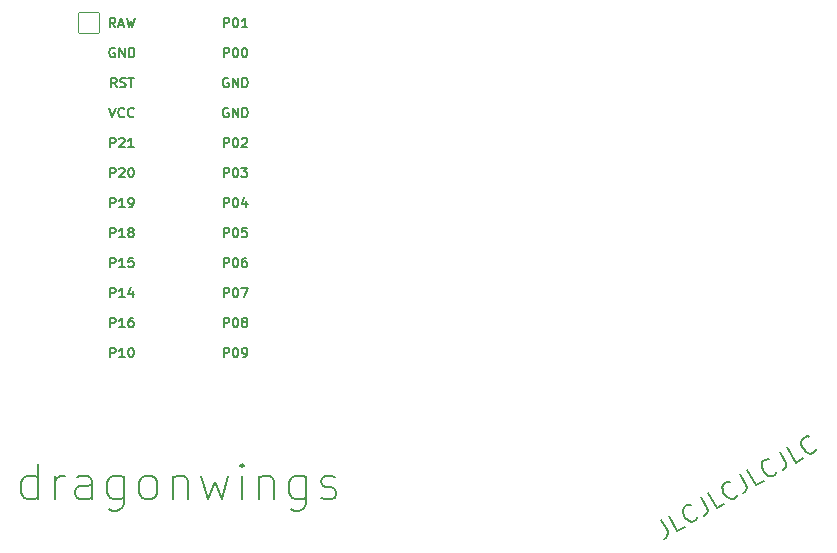
<source format=gto>
%TF.GenerationSoftware,KiCad,Pcbnew,6.0.2+dfsg-1*%
%TF.CreationDate,2022-06-30T23:37:17+02:00*%
%TF.ProjectId,dragonwings_test,64726167-6f6e-4776-996e-67735f746573,v1.0.0*%
%TF.SameCoordinates,Original*%
%TF.FileFunction,Legend,Top*%
%TF.FilePolarity,Positive*%
%FSLAX46Y46*%
G04 Gerber Fmt 4.6, Leading zero omitted, Abs format (unit mm)*
G04 Created by KiCad (PCBNEW 6.0.2+dfsg-1) date 2022-06-30 23:37:17*
%MOMM*%
%LPD*%
G01*
G04 APERTURE LIST*
G04 Aperture macros list*
%AMRoundRect*
0 Rectangle with rounded corners*
0 $1 Rounding radius*
0 $2 $3 $4 $5 $6 $7 $8 $9 X,Y pos of 4 corners*
0 Add a 4 corners polygon primitive as box body*
4,1,4,$2,$3,$4,$5,$6,$7,$8,$9,$2,$3,0*
0 Add four circle primitives for the rounded corners*
1,1,$1+$1,$2,$3*
1,1,$1+$1,$4,$5*
1,1,$1+$1,$6,$7*
1,1,$1+$1,$8,$9*
0 Add four rect primitives between the rounded corners*
20,1,$1+$1,$2,$3,$4,$5,0*
20,1,$1+$1,$4,$5,$6,$7,0*
20,1,$1+$1,$6,$7,$8,$9,0*
20,1,$1+$1,$8,$9,$2,$3,0*%
G04 Aperture macros list end*
%ADD10C,0.150000*%
%ADD11C,0.200000*%
%ADD12R,1.752600X1.752600*%
%ADD13C,1.752600*%
%ADD14C,1.801800*%
%ADD15C,3.529000*%
%ADD16C,2.132000*%
%ADD17C,2.300000*%
%ADD18RoundRect,0.050000X-0.876300X0.876300X-0.876300X-0.876300X0.876300X-0.876300X0.876300X0.876300X0*%
%ADD19C,1.852600*%
G04 APERTURE END LIST*
D10*
X198071428Y-186357142D02*
X198071428Y-183357142D01*
X198071428Y-186214285D02*
X197785714Y-186357142D01*
X197214285Y-186357142D01*
X196928571Y-186214285D01*
X196785714Y-186071428D01*
X196642857Y-185785714D01*
X196642857Y-184928571D01*
X196785714Y-184642857D01*
X196928571Y-184500000D01*
X197214285Y-184357142D01*
X197785714Y-184357142D01*
X198071428Y-184500000D01*
X199500000Y-186357142D02*
X199500000Y-184357142D01*
X199500000Y-184928571D02*
X199642857Y-184642857D01*
X199785714Y-184500000D01*
X200071428Y-184357142D01*
X200357142Y-184357142D01*
X202642857Y-186357142D02*
X202642857Y-184785714D01*
X202500000Y-184500000D01*
X202214285Y-184357142D01*
X201642857Y-184357142D01*
X201357142Y-184500000D01*
X202642857Y-186214285D02*
X202357142Y-186357142D01*
X201642857Y-186357142D01*
X201357142Y-186214285D01*
X201214285Y-185928571D01*
X201214285Y-185642857D01*
X201357142Y-185357142D01*
X201642857Y-185214285D01*
X202357142Y-185214285D01*
X202642857Y-185071428D01*
X205357142Y-184357142D02*
X205357142Y-186785714D01*
X205214285Y-187071428D01*
X205071428Y-187214285D01*
X204785714Y-187357142D01*
X204357142Y-187357142D01*
X204071428Y-187214285D01*
X205357142Y-186214285D02*
X205071428Y-186357142D01*
X204500000Y-186357142D01*
X204214285Y-186214285D01*
X204071428Y-186071428D01*
X203928571Y-185785714D01*
X203928571Y-184928571D01*
X204071428Y-184642857D01*
X204214285Y-184500000D01*
X204500000Y-184357142D01*
X205071428Y-184357142D01*
X205357142Y-184500000D01*
X207214285Y-186357142D02*
X206928571Y-186214285D01*
X206785714Y-186071428D01*
X206642857Y-185785714D01*
X206642857Y-184928571D01*
X206785714Y-184642857D01*
X206928571Y-184500000D01*
X207214285Y-184357142D01*
X207642857Y-184357142D01*
X207928571Y-184500000D01*
X208071428Y-184642857D01*
X208214285Y-184928571D01*
X208214285Y-185785714D01*
X208071428Y-186071428D01*
X207928571Y-186214285D01*
X207642857Y-186357142D01*
X207214285Y-186357142D01*
X209500000Y-184357142D02*
X209500000Y-186357142D01*
X209500000Y-184642857D02*
X209642857Y-184500000D01*
X209928571Y-184357142D01*
X210357142Y-184357142D01*
X210642857Y-184500000D01*
X210785714Y-184785714D01*
X210785714Y-186357142D01*
X211928571Y-184357142D02*
X212500000Y-186357142D01*
X213071428Y-184928571D01*
X213642857Y-186357142D01*
X214214285Y-184357142D01*
X215357142Y-186357142D02*
X215357142Y-184357142D01*
X215357142Y-183357142D02*
X215214285Y-183500000D01*
X215357142Y-183642857D01*
X215500000Y-183500000D01*
X215357142Y-183357142D01*
X215357142Y-183642857D01*
X216785714Y-184357142D02*
X216785714Y-186357142D01*
X216785714Y-184642857D02*
X216928571Y-184500000D01*
X217214285Y-184357142D01*
X217642857Y-184357142D01*
X217928571Y-184500000D01*
X218071428Y-184785714D01*
X218071428Y-186357142D01*
X220785714Y-184357142D02*
X220785714Y-186785714D01*
X220642857Y-187071428D01*
X220500000Y-187214285D01*
X220214285Y-187357142D01*
X219785714Y-187357142D01*
X219500000Y-187214285D01*
X220785714Y-186214285D02*
X220500000Y-186357142D01*
X219928571Y-186357142D01*
X219642857Y-186214285D01*
X219500000Y-186071428D01*
X219357142Y-185785714D01*
X219357142Y-184928571D01*
X219500000Y-184642857D01*
X219642857Y-184500000D01*
X219928571Y-184357142D01*
X220500000Y-184357142D01*
X220785714Y-184500000D01*
X222071428Y-186214285D02*
X222357142Y-186357142D01*
X222928571Y-186357142D01*
X223214285Y-186214285D01*
X223357142Y-185928571D01*
X223357142Y-185785714D01*
X223214285Y-185500000D01*
X222928571Y-185357142D01*
X222500000Y-185357142D01*
X222214285Y-185214285D01*
X222071428Y-184928571D01*
X222071428Y-184785714D01*
X222214285Y-184500000D01*
X222500000Y-184357142D01*
X222928571Y-184357142D01*
X223214285Y-184500000D01*
D11*
X250863966Y-188102907D02*
X251399681Y-189030792D01*
X251444965Y-189252083D01*
X251392675Y-189447229D01*
X251242813Y-189616231D01*
X251119095Y-189687660D01*
X252851145Y-188687660D02*
X252232556Y-189044802D01*
X251482556Y-187745764D01*
X253955037Y-187885370D02*
X253928892Y-187982943D01*
X253779030Y-188151945D01*
X253655312Y-188223374D01*
X253434021Y-188268658D01*
X253238874Y-188216368D01*
X253105587Y-188128365D01*
X252900871Y-187916643D01*
X252793728Y-187731066D01*
X252712730Y-187447916D01*
X252703160Y-187288484D01*
X252755449Y-187093338D01*
X252905312Y-186924336D01*
X253029030Y-186852907D01*
X253250321Y-186807623D01*
X253347894Y-186833768D01*
X254204350Y-186174336D02*
X254740064Y-187102220D01*
X254785348Y-187323511D01*
X254733059Y-187518658D01*
X254583196Y-187687660D01*
X254459478Y-187759088D01*
X256191529Y-186759088D02*
X255572940Y-187116231D01*
X254822940Y-185817193D01*
X257295421Y-185956799D02*
X257269276Y-186054372D01*
X257119414Y-186223374D01*
X256995696Y-186294802D01*
X256774404Y-186340086D01*
X256579258Y-186287797D01*
X256445970Y-186199793D01*
X256241254Y-185988072D01*
X256134112Y-185802495D01*
X256053113Y-185519345D01*
X256043544Y-185359913D01*
X256095833Y-185164766D01*
X256245696Y-184995764D01*
X256369414Y-184924336D01*
X256590705Y-184879052D01*
X256688278Y-184905197D01*
X257544734Y-184245764D02*
X258080448Y-185173649D01*
X258125732Y-185394940D01*
X258073443Y-185590086D01*
X257923580Y-185759088D01*
X257799862Y-185830517D01*
X259531913Y-184830517D02*
X258913323Y-185187660D01*
X258163323Y-183888621D01*
X260635805Y-184028227D02*
X260609660Y-184125801D01*
X260459797Y-184294802D01*
X260336079Y-184366231D01*
X260114788Y-184411515D01*
X259919642Y-184359226D01*
X259786354Y-184271222D01*
X259581638Y-184059500D01*
X259474495Y-183873924D01*
X259393497Y-183590773D01*
X259383927Y-183431341D01*
X259436217Y-183236195D01*
X259586079Y-183067193D01*
X259709797Y-182995764D01*
X259931088Y-182950480D01*
X260028662Y-182976625D01*
X260885117Y-182317193D02*
X261420832Y-183245077D01*
X261466116Y-183466368D01*
X261413826Y-183661515D01*
X261263964Y-183830517D01*
X261140246Y-183901945D01*
X262872297Y-182901945D02*
X262253707Y-183259088D01*
X261503707Y-181960050D01*
X263976188Y-182099656D02*
X263950044Y-182197229D01*
X263800181Y-182366231D01*
X263676463Y-182437660D01*
X263455172Y-182482943D01*
X263260025Y-182430654D01*
X263126738Y-182342651D01*
X262922022Y-182130929D01*
X262814879Y-181945352D01*
X262733881Y-181662202D01*
X262724311Y-181502770D01*
X262776600Y-181307623D01*
X262926463Y-181138621D01*
X263050181Y-181067193D01*
X263271472Y-181021909D01*
X263369045Y-181048054D01*
D10*
%TO.C,MCU1*%
X204228571Y-159091904D02*
X204228571Y-158291904D01*
X204533333Y-158291904D01*
X204609523Y-158330000D01*
X204647619Y-158368095D01*
X204685714Y-158444285D01*
X204685714Y-158558571D01*
X204647619Y-158634761D01*
X204609523Y-158672857D01*
X204533333Y-158710952D01*
X204228571Y-158710952D01*
X204990476Y-158368095D02*
X205028571Y-158330000D01*
X205104761Y-158291904D01*
X205295238Y-158291904D01*
X205371428Y-158330000D01*
X205409523Y-158368095D01*
X205447619Y-158444285D01*
X205447619Y-158520476D01*
X205409523Y-158634761D01*
X204952380Y-159091904D01*
X205447619Y-159091904D01*
X205942857Y-158291904D02*
X206019047Y-158291904D01*
X206095238Y-158330000D01*
X206133333Y-158368095D01*
X206171428Y-158444285D01*
X206209523Y-158596666D01*
X206209523Y-158787142D01*
X206171428Y-158939523D01*
X206133333Y-159015714D01*
X206095238Y-159053809D01*
X206019047Y-159091904D01*
X205942857Y-159091904D01*
X205866666Y-159053809D01*
X205828571Y-159015714D01*
X205790476Y-158939523D01*
X205752380Y-158787142D01*
X205752380Y-158596666D01*
X205790476Y-158444285D01*
X205828571Y-158368095D01*
X205866666Y-158330000D01*
X205942857Y-158291904D01*
X213828571Y-146391904D02*
X213828571Y-145591904D01*
X214133333Y-145591904D01*
X214209523Y-145630000D01*
X214247619Y-145668095D01*
X214285714Y-145744285D01*
X214285714Y-145858571D01*
X214247619Y-145934761D01*
X214209523Y-145972857D01*
X214133333Y-146010952D01*
X213828571Y-146010952D01*
X214780952Y-145591904D02*
X214857142Y-145591904D01*
X214933333Y-145630000D01*
X214971428Y-145668095D01*
X215009523Y-145744285D01*
X215047619Y-145896666D01*
X215047619Y-146087142D01*
X215009523Y-146239523D01*
X214971428Y-146315714D01*
X214933333Y-146353809D01*
X214857142Y-146391904D01*
X214780952Y-146391904D01*
X214704761Y-146353809D01*
X214666666Y-146315714D01*
X214628571Y-146239523D01*
X214590476Y-146087142D01*
X214590476Y-145896666D01*
X214628571Y-145744285D01*
X214666666Y-145668095D01*
X214704761Y-145630000D01*
X214780952Y-145591904D01*
X215809523Y-146391904D02*
X215352380Y-146391904D01*
X215580952Y-146391904D02*
X215580952Y-145591904D01*
X215504761Y-145706190D01*
X215428571Y-145782380D01*
X215352380Y-145820476D01*
X204228571Y-156551904D02*
X204228571Y-155751904D01*
X204533333Y-155751904D01*
X204609523Y-155790000D01*
X204647619Y-155828095D01*
X204685714Y-155904285D01*
X204685714Y-156018571D01*
X204647619Y-156094761D01*
X204609523Y-156132857D01*
X204533333Y-156170952D01*
X204228571Y-156170952D01*
X204990476Y-155828095D02*
X205028571Y-155790000D01*
X205104761Y-155751904D01*
X205295238Y-155751904D01*
X205371428Y-155790000D01*
X205409523Y-155828095D01*
X205447619Y-155904285D01*
X205447619Y-155980476D01*
X205409523Y-156094761D01*
X204952380Y-156551904D01*
X205447619Y-156551904D01*
X206209523Y-156551904D02*
X205752380Y-156551904D01*
X205980952Y-156551904D02*
X205980952Y-155751904D01*
X205904761Y-155866190D01*
X205828571Y-155942380D01*
X205752380Y-155980476D01*
X204228571Y-164171904D02*
X204228571Y-163371904D01*
X204533333Y-163371904D01*
X204609523Y-163410000D01*
X204647619Y-163448095D01*
X204685714Y-163524285D01*
X204685714Y-163638571D01*
X204647619Y-163714761D01*
X204609523Y-163752857D01*
X204533333Y-163790952D01*
X204228571Y-163790952D01*
X205447619Y-164171904D02*
X204990476Y-164171904D01*
X205219047Y-164171904D02*
X205219047Y-163371904D01*
X205142857Y-163486190D01*
X205066666Y-163562380D01*
X204990476Y-163600476D01*
X205904761Y-163714761D02*
X205828571Y-163676666D01*
X205790476Y-163638571D01*
X205752380Y-163562380D01*
X205752380Y-163524285D01*
X205790476Y-163448095D01*
X205828571Y-163410000D01*
X205904761Y-163371904D01*
X206057142Y-163371904D01*
X206133333Y-163410000D01*
X206171428Y-163448095D01*
X206209523Y-163524285D01*
X206209523Y-163562380D01*
X206171428Y-163638571D01*
X206133333Y-163676666D01*
X206057142Y-163714761D01*
X205904761Y-163714761D01*
X205828571Y-163752857D01*
X205790476Y-163790952D01*
X205752380Y-163867142D01*
X205752380Y-164019523D01*
X205790476Y-164095714D01*
X205828571Y-164133809D01*
X205904761Y-164171904D01*
X206057142Y-164171904D01*
X206133333Y-164133809D01*
X206171428Y-164095714D01*
X206209523Y-164019523D01*
X206209523Y-163867142D01*
X206171428Y-163790952D01*
X206133333Y-163752857D01*
X206057142Y-163714761D01*
X204228571Y-171791904D02*
X204228571Y-170991904D01*
X204533333Y-170991904D01*
X204609523Y-171030000D01*
X204647619Y-171068095D01*
X204685714Y-171144285D01*
X204685714Y-171258571D01*
X204647619Y-171334761D01*
X204609523Y-171372857D01*
X204533333Y-171410952D01*
X204228571Y-171410952D01*
X205447619Y-171791904D02*
X204990476Y-171791904D01*
X205219047Y-171791904D02*
X205219047Y-170991904D01*
X205142857Y-171106190D01*
X205066666Y-171182380D01*
X204990476Y-171220476D01*
X206133333Y-170991904D02*
X205980952Y-170991904D01*
X205904761Y-171030000D01*
X205866666Y-171068095D01*
X205790476Y-171182380D01*
X205752380Y-171334761D01*
X205752380Y-171639523D01*
X205790476Y-171715714D01*
X205828571Y-171753809D01*
X205904761Y-171791904D01*
X206057142Y-171791904D01*
X206133333Y-171753809D01*
X206171428Y-171715714D01*
X206209523Y-171639523D01*
X206209523Y-171449047D01*
X206171428Y-171372857D01*
X206133333Y-171334761D01*
X206057142Y-171296666D01*
X205904761Y-171296666D01*
X205828571Y-171334761D01*
X205790476Y-171372857D01*
X205752380Y-171449047D01*
X214190476Y-150710000D02*
X214114285Y-150671904D01*
X214000000Y-150671904D01*
X213885714Y-150710000D01*
X213809523Y-150786190D01*
X213771428Y-150862380D01*
X213733333Y-151014761D01*
X213733333Y-151129047D01*
X213771428Y-151281428D01*
X213809523Y-151357619D01*
X213885714Y-151433809D01*
X214000000Y-151471904D01*
X214076190Y-151471904D01*
X214190476Y-151433809D01*
X214228571Y-151395714D01*
X214228571Y-151129047D01*
X214076190Y-151129047D01*
X214571428Y-151471904D02*
X214571428Y-150671904D01*
X215028571Y-151471904D01*
X215028571Y-150671904D01*
X215409523Y-151471904D02*
X215409523Y-150671904D01*
X215600000Y-150671904D01*
X215714285Y-150710000D01*
X215790476Y-150786190D01*
X215828571Y-150862380D01*
X215866666Y-151014761D01*
X215866666Y-151129047D01*
X215828571Y-151281428D01*
X215790476Y-151357619D01*
X215714285Y-151433809D01*
X215600000Y-151471904D01*
X215409523Y-151471904D01*
X213828571Y-159091904D02*
X213828571Y-158291904D01*
X214133333Y-158291904D01*
X214209523Y-158330000D01*
X214247619Y-158368095D01*
X214285714Y-158444285D01*
X214285714Y-158558571D01*
X214247619Y-158634761D01*
X214209523Y-158672857D01*
X214133333Y-158710952D01*
X213828571Y-158710952D01*
X214780952Y-158291904D02*
X214857142Y-158291904D01*
X214933333Y-158330000D01*
X214971428Y-158368095D01*
X215009523Y-158444285D01*
X215047619Y-158596666D01*
X215047619Y-158787142D01*
X215009523Y-158939523D01*
X214971428Y-159015714D01*
X214933333Y-159053809D01*
X214857142Y-159091904D01*
X214780952Y-159091904D01*
X214704761Y-159053809D01*
X214666666Y-159015714D01*
X214628571Y-158939523D01*
X214590476Y-158787142D01*
X214590476Y-158596666D01*
X214628571Y-158444285D01*
X214666666Y-158368095D01*
X214704761Y-158330000D01*
X214780952Y-158291904D01*
X215314285Y-158291904D02*
X215809523Y-158291904D01*
X215542857Y-158596666D01*
X215657142Y-158596666D01*
X215733333Y-158634761D01*
X215771428Y-158672857D01*
X215809523Y-158749047D01*
X215809523Y-158939523D01*
X215771428Y-159015714D01*
X215733333Y-159053809D01*
X215657142Y-159091904D01*
X215428571Y-159091904D01*
X215352380Y-159053809D01*
X215314285Y-159015714D01*
X213828571Y-156551904D02*
X213828571Y-155751904D01*
X214133333Y-155751904D01*
X214209523Y-155790000D01*
X214247619Y-155828095D01*
X214285714Y-155904285D01*
X214285714Y-156018571D01*
X214247619Y-156094761D01*
X214209523Y-156132857D01*
X214133333Y-156170952D01*
X213828571Y-156170952D01*
X214780952Y-155751904D02*
X214857142Y-155751904D01*
X214933333Y-155790000D01*
X214971428Y-155828095D01*
X215009523Y-155904285D01*
X215047619Y-156056666D01*
X215047619Y-156247142D01*
X215009523Y-156399523D01*
X214971428Y-156475714D01*
X214933333Y-156513809D01*
X214857142Y-156551904D01*
X214780952Y-156551904D01*
X214704761Y-156513809D01*
X214666666Y-156475714D01*
X214628571Y-156399523D01*
X214590476Y-156247142D01*
X214590476Y-156056666D01*
X214628571Y-155904285D01*
X214666666Y-155828095D01*
X214704761Y-155790000D01*
X214780952Y-155751904D01*
X215352380Y-155828095D02*
X215390476Y-155790000D01*
X215466666Y-155751904D01*
X215657142Y-155751904D01*
X215733333Y-155790000D01*
X215771428Y-155828095D01*
X215809523Y-155904285D01*
X215809523Y-155980476D01*
X215771428Y-156094761D01*
X215314285Y-156551904D01*
X215809523Y-156551904D01*
X204647619Y-146391904D02*
X204380952Y-146010952D01*
X204190476Y-146391904D02*
X204190476Y-145591904D01*
X204495238Y-145591904D01*
X204571428Y-145630000D01*
X204609523Y-145668095D01*
X204647619Y-145744285D01*
X204647619Y-145858571D01*
X204609523Y-145934761D01*
X204571428Y-145972857D01*
X204495238Y-146010952D01*
X204190476Y-146010952D01*
X204952380Y-146163333D02*
X205333333Y-146163333D01*
X204876190Y-146391904D02*
X205142857Y-145591904D01*
X205409523Y-146391904D01*
X205600000Y-145591904D02*
X205790476Y-146391904D01*
X205942857Y-145820476D01*
X206095238Y-146391904D01*
X206285714Y-145591904D01*
X204228571Y-169251904D02*
X204228571Y-168451904D01*
X204533333Y-168451904D01*
X204609523Y-168490000D01*
X204647619Y-168528095D01*
X204685714Y-168604285D01*
X204685714Y-168718571D01*
X204647619Y-168794761D01*
X204609523Y-168832857D01*
X204533333Y-168870952D01*
X204228571Y-168870952D01*
X205447619Y-169251904D02*
X204990476Y-169251904D01*
X205219047Y-169251904D02*
X205219047Y-168451904D01*
X205142857Y-168566190D01*
X205066666Y-168642380D01*
X204990476Y-168680476D01*
X206133333Y-168718571D02*
X206133333Y-169251904D01*
X205942857Y-168413809D02*
X205752380Y-168985238D01*
X206247619Y-168985238D01*
X213828571Y-171791904D02*
X213828571Y-170991904D01*
X214133333Y-170991904D01*
X214209523Y-171030000D01*
X214247619Y-171068095D01*
X214285714Y-171144285D01*
X214285714Y-171258571D01*
X214247619Y-171334761D01*
X214209523Y-171372857D01*
X214133333Y-171410952D01*
X213828571Y-171410952D01*
X214780952Y-170991904D02*
X214857142Y-170991904D01*
X214933333Y-171030000D01*
X214971428Y-171068095D01*
X215009523Y-171144285D01*
X215047619Y-171296666D01*
X215047619Y-171487142D01*
X215009523Y-171639523D01*
X214971428Y-171715714D01*
X214933333Y-171753809D01*
X214857142Y-171791904D01*
X214780952Y-171791904D01*
X214704761Y-171753809D01*
X214666666Y-171715714D01*
X214628571Y-171639523D01*
X214590476Y-171487142D01*
X214590476Y-171296666D01*
X214628571Y-171144285D01*
X214666666Y-171068095D01*
X214704761Y-171030000D01*
X214780952Y-170991904D01*
X215504761Y-171334761D02*
X215428571Y-171296666D01*
X215390476Y-171258571D01*
X215352380Y-171182380D01*
X215352380Y-171144285D01*
X215390476Y-171068095D01*
X215428571Y-171030000D01*
X215504761Y-170991904D01*
X215657142Y-170991904D01*
X215733333Y-171030000D01*
X215771428Y-171068095D01*
X215809523Y-171144285D01*
X215809523Y-171182380D01*
X215771428Y-171258571D01*
X215733333Y-171296666D01*
X215657142Y-171334761D01*
X215504761Y-171334761D01*
X215428571Y-171372857D01*
X215390476Y-171410952D01*
X215352380Y-171487142D01*
X215352380Y-171639523D01*
X215390476Y-171715714D01*
X215428571Y-171753809D01*
X215504761Y-171791904D01*
X215657142Y-171791904D01*
X215733333Y-171753809D01*
X215771428Y-171715714D01*
X215809523Y-171639523D01*
X215809523Y-171487142D01*
X215771428Y-171410952D01*
X215733333Y-171372857D01*
X215657142Y-171334761D01*
X213828571Y-174331904D02*
X213828571Y-173531904D01*
X214133333Y-173531904D01*
X214209523Y-173570000D01*
X214247619Y-173608095D01*
X214285714Y-173684285D01*
X214285714Y-173798571D01*
X214247619Y-173874761D01*
X214209523Y-173912857D01*
X214133333Y-173950952D01*
X213828571Y-173950952D01*
X214780952Y-173531904D02*
X214857142Y-173531904D01*
X214933333Y-173570000D01*
X214971428Y-173608095D01*
X215009523Y-173684285D01*
X215047619Y-173836666D01*
X215047619Y-174027142D01*
X215009523Y-174179523D01*
X214971428Y-174255714D01*
X214933333Y-174293809D01*
X214857142Y-174331904D01*
X214780952Y-174331904D01*
X214704761Y-174293809D01*
X214666666Y-174255714D01*
X214628571Y-174179523D01*
X214590476Y-174027142D01*
X214590476Y-173836666D01*
X214628571Y-173684285D01*
X214666666Y-173608095D01*
X214704761Y-173570000D01*
X214780952Y-173531904D01*
X215428571Y-174331904D02*
X215580952Y-174331904D01*
X215657142Y-174293809D01*
X215695238Y-174255714D01*
X215771428Y-174141428D01*
X215809523Y-173989047D01*
X215809523Y-173684285D01*
X215771428Y-173608095D01*
X215733333Y-173570000D01*
X215657142Y-173531904D01*
X215504761Y-173531904D01*
X215428571Y-173570000D01*
X215390476Y-173608095D01*
X215352380Y-173684285D01*
X215352380Y-173874761D01*
X215390476Y-173950952D01*
X215428571Y-173989047D01*
X215504761Y-174027142D01*
X215657142Y-174027142D01*
X215733333Y-173989047D01*
X215771428Y-173950952D01*
X215809523Y-173874761D01*
X204228571Y-174331904D02*
X204228571Y-173531904D01*
X204533333Y-173531904D01*
X204609523Y-173570000D01*
X204647619Y-173608095D01*
X204685714Y-173684285D01*
X204685714Y-173798571D01*
X204647619Y-173874761D01*
X204609523Y-173912857D01*
X204533333Y-173950952D01*
X204228571Y-173950952D01*
X205447619Y-174331904D02*
X204990476Y-174331904D01*
X205219047Y-174331904D02*
X205219047Y-173531904D01*
X205142857Y-173646190D01*
X205066666Y-173722380D01*
X204990476Y-173760476D01*
X205942857Y-173531904D02*
X206019047Y-173531904D01*
X206095238Y-173570000D01*
X206133333Y-173608095D01*
X206171428Y-173684285D01*
X206209523Y-173836666D01*
X206209523Y-174027142D01*
X206171428Y-174179523D01*
X206133333Y-174255714D01*
X206095238Y-174293809D01*
X206019047Y-174331904D01*
X205942857Y-174331904D01*
X205866666Y-174293809D01*
X205828571Y-174255714D01*
X205790476Y-174179523D01*
X205752380Y-174027142D01*
X205752380Y-173836666D01*
X205790476Y-173684285D01*
X205828571Y-173608095D01*
X205866666Y-173570000D01*
X205942857Y-173531904D01*
X213828571Y-164171904D02*
X213828571Y-163371904D01*
X214133333Y-163371904D01*
X214209523Y-163410000D01*
X214247619Y-163448095D01*
X214285714Y-163524285D01*
X214285714Y-163638571D01*
X214247619Y-163714761D01*
X214209523Y-163752857D01*
X214133333Y-163790952D01*
X213828571Y-163790952D01*
X214780952Y-163371904D02*
X214857142Y-163371904D01*
X214933333Y-163410000D01*
X214971428Y-163448095D01*
X215009523Y-163524285D01*
X215047619Y-163676666D01*
X215047619Y-163867142D01*
X215009523Y-164019523D01*
X214971428Y-164095714D01*
X214933333Y-164133809D01*
X214857142Y-164171904D01*
X214780952Y-164171904D01*
X214704761Y-164133809D01*
X214666666Y-164095714D01*
X214628571Y-164019523D01*
X214590476Y-163867142D01*
X214590476Y-163676666D01*
X214628571Y-163524285D01*
X214666666Y-163448095D01*
X214704761Y-163410000D01*
X214780952Y-163371904D01*
X215771428Y-163371904D02*
X215390476Y-163371904D01*
X215352380Y-163752857D01*
X215390476Y-163714761D01*
X215466666Y-163676666D01*
X215657142Y-163676666D01*
X215733333Y-163714761D01*
X215771428Y-163752857D01*
X215809523Y-163829047D01*
X215809523Y-164019523D01*
X215771428Y-164095714D01*
X215733333Y-164133809D01*
X215657142Y-164171904D01*
X215466666Y-164171904D01*
X215390476Y-164133809D01*
X215352380Y-164095714D01*
X204133333Y-153211904D02*
X204400000Y-154011904D01*
X204666666Y-153211904D01*
X205390476Y-153935714D02*
X205352380Y-153973809D01*
X205238095Y-154011904D01*
X205161904Y-154011904D01*
X205047619Y-153973809D01*
X204971428Y-153897619D01*
X204933333Y-153821428D01*
X204895238Y-153669047D01*
X204895238Y-153554761D01*
X204933333Y-153402380D01*
X204971428Y-153326190D01*
X205047619Y-153250000D01*
X205161904Y-153211904D01*
X205238095Y-153211904D01*
X205352380Y-153250000D01*
X205390476Y-153288095D01*
X206190476Y-153935714D02*
X206152380Y-153973809D01*
X206038095Y-154011904D01*
X205961904Y-154011904D01*
X205847619Y-153973809D01*
X205771428Y-153897619D01*
X205733333Y-153821428D01*
X205695238Y-153669047D01*
X205695238Y-153554761D01*
X205733333Y-153402380D01*
X205771428Y-153326190D01*
X205847619Y-153250000D01*
X205961904Y-153211904D01*
X206038095Y-153211904D01*
X206152380Y-153250000D01*
X206190476Y-153288095D01*
X213828571Y-169251904D02*
X213828571Y-168451904D01*
X214133333Y-168451904D01*
X214209523Y-168490000D01*
X214247619Y-168528095D01*
X214285714Y-168604285D01*
X214285714Y-168718571D01*
X214247619Y-168794761D01*
X214209523Y-168832857D01*
X214133333Y-168870952D01*
X213828571Y-168870952D01*
X214780952Y-168451904D02*
X214857142Y-168451904D01*
X214933333Y-168490000D01*
X214971428Y-168528095D01*
X215009523Y-168604285D01*
X215047619Y-168756666D01*
X215047619Y-168947142D01*
X215009523Y-169099523D01*
X214971428Y-169175714D01*
X214933333Y-169213809D01*
X214857142Y-169251904D01*
X214780952Y-169251904D01*
X214704761Y-169213809D01*
X214666666Y-169175714D01*
X214628571Y-169099523D01*
X214590476Y-168947142D01*
X214590476Y-168756666D01*
X214628571Y-168604285D01*
X214666666Y-168528095D01*
X214704761Y-168490000D01*
X214780952Y-168451904D01*
X215314285Y-168451904D02*
X215847619Y-168451904D01*
X215504761Y-169251904D01*
X213828571Y-148931904D02*
X213828571Y-148131904D01*
X214133333Y-148131904D01*
X214209523Y-148170000D01*
X214247619Y-148208095D01*
X214285714Y-148284285D01*
X214285714Y-148398571D01*
X214247619Y-148474761D01*
X214209523Y-148512857D01*
X214133333Y-148550952D01*
X213828571Y-148550952D01*
X214780952Y-148131904D02*
X214857142Y-148131904D01*
X214933333Y-148170000D01*
X214971428Y-148208095D01*
X215009523Y-148284285D01*
X215047619Y-148436666D01*
X215047619Y-148627142D01*
X215009523Y-148779523D01*
X214971428Y-148855714D01*
X214933333Y-148893809D01*
X214857142Y-148931904D01*
X214780952Y-148931904D01*
X214704761Y-148893809D01*
X214666666Y-148855714D01*
X214628571Y-148779523D01*
X214590476Y-148627142D01*
X214590476Y-148436666D01*
X214628571Y-148284285D01*
X214666666Y-148208095D01*
X214704761Y-148170000D01*
X214780952Y-148131904D01*
X215542857Y-148131904D02*
X215619047Y-148131904D01*
X215695238Y-148170000D01*
X215733333Y-148208095D01*
X215771428Y-148284285D01*
X215809523Y-148436666D01*
X215809523Y-148627142D01*
X215771428Y-148779523D01*
X215733333Y-148855714D01*
X215695238Y-148893809D01*
X215619047Y-148931904D01*
X215542857Y-148931904D01*
X215466666Y-148893809D01*
X215428571Y-148855714D01*
X215390476Y-148779523D01*
X215352380Y-148627142D01*
X215352380Y-148436666D01*
X215390476Y-148284285D01*
X215428571Y-148208095D01*
X215466666Y-148170000D01*
X215542857Y-148131904D01*
X213828571Y-161631904D02*
X213828571Y-160831904D01*
X214133333Y-160831904D01*
X214209523Y-160870000D01*
X214247619Y-160908095D01*
X214285714Y-160984285D01*
X214285714Y-161098571D01*
X214247619Y-161174761D01*
X214209523Y-161212857D01*
X214133333Y-161250952D01*
X213828571Y-161250952D01*
X214780952Y-160831904D02*
X214857142Y-160831904D01*
X214933333Y-160870000D01*
X214971428Y-160908095D01*
X215009523Y-160984285D01*
X215047619Y-161136666D01*
X215047619Y-161327142D01*
X215009523Y-161479523D01*
X214971428Y-161555714D01*
X214933333Y-161593809D01*
X214857142Y-161631904D01*
X214780952Y-161631904D01*
X214704761Y-161593809D01*
X214666666Y-161555714D01*
X214628571Y-161479523D01*
X214590476Y-161327142D01*
X214590476Y-161136666D01*
X214628571Y-160984285D01*
X214666666Y-160908095D01*
X214704761Y-160870000D01*
X214780952Y-160831904D01*
X215733333Y-161098571D02*
X215733333Y-161631904D01*
X215542857Y-160793809D02*
X215352380Y-161365238D01*
X215847619Y-161365238D01*
X213828571Y-166711904D02*
X213828571Y-165911904D01*
X214133333Y-165911904D01*
X214209523Y-165950000D01*
X214247619Y-165988095D01*
X214285714Y-166064285D01*
X214285714Y-166178571D01*
X214247619Y-166254761D01*
X214209523Y-166292857D01*
X214133333Y-166330952D01*
X213828571Y-166330952D01*
X214780952Y-165911904D02*
X214857142Y-165911904D01*
X214933333Y-165950000D01*
X214971428Y-165988095D01*
X215009523Y-166064285D01*
X215047619Y-166216666D01*
X215047619Y-166407142D01*
X215009523Y-166559523D01*
X214971428Y-166635714D01*
X214933333Y-166673809D01*
X214857142Y-166711904D01*
X214780952Y-166711904D01*
X214704761Y-166673809D01*
X214666666Y-166635714D01*
X214628571Y-166559523D01*
X214590476Y-166407142D01*
X214590476Y-166216666D01*
X214628571Y-166064285D01*
X214666666Y-165988095D01*
X214704761Y-165950000D01*
X214780952Y-165911904D01*
X215733333Y-165911904D02*
X215580952Y-165911904D01*
X215504761Y-165950000D01*
X215466666Y-165988095D01*
X215390476Y-166102380D01*
X215352380Y-166254761D01*
X215352380Y-166559523D01*
X215390476Y-166635714D01*
X215428571Y-166673809D01*
X215504761Y-166711904D01*
X215657142Y-166711904D01*
X215733333Y-166673809D01*
X215771428Y-166635714D01*
X215809523Y-166559523D01*
X215809523Y-166369047D01*
X215771428Y-166292857D01*
X215733333Y-166254761D01*
X215657142Y-166216666D01*
X215504761Y-166216666D01*
X215428571Y-166254761D01*
X215390476Y-166292857D01*
X215352380Y-166369047D01*
X214190476Y-153250000D02*
X214114285Y-153211904D01*
X214000000Y-153211904D01*
X213885714Y-153250000D01*
X213809523Y-153326190D01*
X213771428Y-153402380D01*
X213733333Y-153554761D01*
X213733333Y-153669047D01*
X213771428Y-153821428D01*
X213809523Y-153897619D01*
X213885714Y-153973809D01*
X214000000Y-154011904D01*
X214076190Y-154011904D01*
X214190476Y-153973809D01*
X214228571Y-153935714D01*
X214228571Y-153669047D01*
X214076190Y-153669047D01*
X214571428Y-154011904D02*
X214571428Y-153211904D01*
X215028571Y-154011904D01*
X215028571Y-153211904D01*
X215409523Y-154011904D02*
X215409523Y-153211904D01*
X215600000Y-153211904D01*
X215714285Y-153250000D01*
X215790476Y-153326190D01*
X215828571Y-153402380D01*
X215866666Y-153554761D01*
X215866666Y-153669047D01*
X215828571Y-153821428D01*
X215790476Y-153897619D01*
X215714285Y-153973809D01*
X215600000Y-154011904D01*
X215409523Y-154011904D01*
X204228571Y-166711904D02*
X204228571Y-165911904D01*
X204533333Y-165911904D01*
X204609523Y-165950000D01*
X204647619Y-165988095D01*
X204685714Y-166064285D01*
X204685714Y-166178571D01*
X204647619Y-166254761D01*
X204609523Y-166292857D01*
X204533333Y-166330952D01*
X204228571Y-166330952D01*
X205447619Y-166711904D02*
X204990476Y-166711904D01*
X205219047Y-166711904D02*
X205219047Y-165911904D01*
X205142857Y-166026190D01*
X205066666Y-166102380D01*
X204990476Y-166140476D01*
X206171428Y-165911904D02*
X205790476Y-165911904D01*
X205752380Y-166292857D01*
X205790476Y-166254761D01*
X205866666Y-166216666D01*
X206057142Y-166216666D01*
X206133333Y-166254761D01*
X206171428Y-166292857D01*
X206209523Y-166369047D01*
X206209523Y-166559523D01*
X206171428Y-166635714D01*
X206133333Y-166673809D01*
X206057142Y-166711904D01*
X205866666Y-166711904D01*
X205790476Y-166673809D01*
X205752380Y-166635714D01*
X204761904Y-151471904D02*
X204495238Y-151090952D01*
X204304761Y-151471904D02*
X204304761Y-150671904D01*
X204609523Y-150671904D01*
X204685714Y-150710000D01*
X204723809Y-150748095D01*
X204761904Y-150824285D01*
X204761904Y-150938571D01*
X204723809Y-151014761D01*
X204685714Y-151052857D01*
X204609523Y-151090952D01*
X204304761Y-151090952D01*
X205066666Y-151433809D02*
X205180952Y-151471904D01*
X205371428Y-151471904D01*
X205447619Y-151433809D01*
X205485714Y-151395714D01*
X205523809Y-151319523D01*
X205523809Y-151243333D01*
X205485714Y-151167142D01*
X205447619Y-151129047D01*
X205371428Y-151090952D01*
X205219047Y-151052857D01*
X205142857Y-151014761D01*
X205104761Y-150976666D01*
X205066666Y-150900476D01*
X205066666Y-150824285D01*
X205104761Y-150748095D01*
X205142857Y-150710000D01*
X205219047Y-150671904D01*
X205409523Y-150671904D01*
X205523809Y-150710000D01*
X205752380Y-150671904D02*
X206209523Y-150671904D01*
X205980952Y-151471904D02*
X205980952Y-150671904D01*
X204228571Y-161631904D02*
X204228571Y-160831904D01*
X204533333Y-160831904D01*
X204609523Y-160870000D01*
X204647619Y-160908095D01*
X204685714Y-160984285D01*
X204685714Y-161098571D01*
X204647619Y-161174761D01*
X204609523Y-161212857D01*
X204533333Y-161250952D01*
X204228571Y-161250952D01*
X205447619Y-161631904D02*
X204990476Y-161631904D01*
X205219047Y-161631904D02*
X205219047Y-160831904D01*
X205142857Y-160946190D01*
X205066666Y-161022380D01*
X204990476Y-161060476D01*
X205828571Y-161631904D02*
X205980952Y-161631904D01*
X206057142Y-161593809D01*
X206095238Y-161555714D01*
X206171428Y-161441428D01*
X206209523Y-161289047D01*
X206209523Y-160984285D01*
X206171428Y-160908095D01*
X206133333Y-160870000D01*
X206057142Y-160831904D01*
X205904761Y-160831904D01*
X205828571Y-160870000D01*
X205790476Y-160908095D01*
X205752380Y-160984285D01*
X205752380Y-161174761D01*
X205790476Y-161250952D01*
X205828571Y-161289047D01*
X205904761Y-161327142D01*
X206057142Y-161327142D01*
X206133333Y-161289047D01*
X206171428Y-161250952D01*
X206209523Y-161174761D01*
X204590476Y-148170000D02*
X204514285Y-148131904D01*
X204400000Y-148131904D01*
X204285714Y-148170000D01*
X204209523Y-148246190D01*
X204171428Y-148322380D01*
X204133333Y-148474761D01*
X204133333Y-148589047D01*
X204171428Y-148741428D01*
X204209523Y-148817619D01*
X204285714Y-148893809D01*
X204400000Y-148931904D01*
X204476190Y-148931904D01*
X204590476Y-148893809D01*
X204628571Y-148855714D01*
X204628571Y-148589047D01*
X204476190Y-148589047D01*
X204971428Y-148931904D02*
X204971428Y-148131904D01*
X205428571Y-148931904D01*
X205428571Y-148131904D01*
X205809523Y-148931904D02*
X205809523Y-148131904D01*
X206000000Y-148131904D01*
X206114285Y-148170000D01*
X206190476Y-148246190D01*
X206228571Y-148322380D01*
X206266666Y-148474761D01*
X206266666Y-148589047D01*
X206228571Y-148741428D01*
X206190476Y-148817619D01*
X206114285Y-148893809D01*
X206000000Y-148931904D01*
X205809523Y-148931904D01*
%TD*%
D12*
%TO.C,MCU1*%
X202380000Y-146030000D03*
D13*
X202380000Y-148570000D03*
X202380000Y-151110000D03*
X202380000Y-153650000D03*
X202380000Y-156190000D03*
X202380000Y-158730000D03*
X202380000Y-161270000D03*
X202380000Y-163810000D03*
X202380000Y-166350000D03*
X202380000Y-168890000D03*
X202380000Y-171430000D03*
X202380000Y-173970000D03*
X217620000Y-146030000D03*
X217620000Y-148570000D03*
X217620000Y-151110000D03*
X217620000Y-153650000D03*
X217620000Y-156190000D03*
X217620000Y-158730000D03*
X217620000Y-161270000D03*
X217620000Y-163810000D03*
X217620000Y-166350000D03*
X217620000Y-168890000D03*
X217620000Y-171430000D03*
X217620000Y-173970000D03*
%TD*%
%LPC*%
D14*
%TO.C,S2*%
X106320853Y-113883974D03*
D15*
X101557713Y-111133974D03*
D14*
X96794573Y-108383974D03*
D16*
X107787840Y-110343077D03*
X104507713Y-106024424D03*
%TD*%
D14*
%TO.C,S4*%
X121909311Y-122883974D03*
X112383031Y-117383974D03*
D15*
X117146171Y-120133974D03*
D16*
X123376298Y-119343077D03*
X120096171Y-115024424D03*
%TD*%
D14*
%TO.C,S3*%
X113409311Y-137606406D03*
D15*
X108646171Y-134856406D03*
D14*
X103883031Y-132106406D03*
D16*
X114876298Y-134065509D03*
X111596171Y-129746856D03*
%TD*%
D14*
%TO.C,S6*%
X132971488Y-117723720D03*
D15*
X137734628Y-120473720D03*
D14*
X142497768Y-123223720D03*
D16*
X143964755Y-119682823D03*
X140684628Y-115364170D03*
%TD*%
D14*
%TO.C,S15*%
X176557368Y-190230762D03*
D15*
X171794228Y-187480762D03*
D14*
X167031088Y-184730762D03*
D16*
X178024355Y-186689865D03*
X174744228Y-182371212D03*
%TD*%
D17*
%TO.C,REF03*%
X345000000Y-113000000D03*
%TD*%
D14*
%TO.C,S8*%
X162086225Y-125295517D03*
X152559945Y-119795517D03*
D15*
X157323085Y-122545517D03*
D16*
X163553212Y-121754620D03*
X160273085Y-117435967D03*
%TD*%
D14*
%TO.C,S25*%
X252851597Y-130527568D03*
D15*
X248088457Y-133277568D03*
D14*
X243325317Y-136027568D03*
D16*
X250518584Y-127486671D03*
X245138457Y-128168018D03*
%TD*%
D15*
%TO.C,S5*%
X129234628Y-135196152D03*
D14*
X124471488Y-132446152D03*
X133997768Y-137946152D03*
D16*
X135464755Y-134405255D03*
X132184628Y-130086602D03*
%TD*%
D14*
%TO.C,S14*%
X160968911Y-181230762D03*
X151442631Y-175730762D03*
D15*
X156205771Y-178480762D03*
D16*
X162435898Y-177689865D03*
X159155771Y-173371212D03*
%TD*%
D17*
%TO.C,REF04*%
X75000000Y-113000000D03*
%TD*%
D14*
%TO.C,S29*%
X259031088Y-181230762D03*
D15*
X263794228Y-178480762D03*
D14*
X268557368Y-175730762D03*
D16*
X266224355Y-172689865D03*
X260844228Y-173371212D03*
%TD*%
D14*
%TO.C,S27*%
X227736860Y-145027568D03*
D15*
X232500000Y-142277568D03*
D14*
X237263140Y-139527568D03*
D16*
X234930127Y-136486671D03*
X229550000Y-137168018D03*
%TD*%
D14*
%TO.C,S18*%
X306590689Y-137606406D03*
X316116969Y-132106406D03*
D15*
X311353829Y-134856406D03*
D16*
X313783956Y-129065509D03*
X308403829Y-129746856D03*
%TD*%
D14*
%TO.C,S16*%
X322179146Y-128606406D03*
X331705426Y-123106406D03*
D15*
X326942286Y-125856406D03*
D16*
X329372413Y-120065509D03*
X323992286Y-120746856D03*
%TD*%
D14*
%TO.C,S7*%
X153586225Y-140017949D03*
D15*
X148823085Y-137267949D03*
D14*
X144059945Y-134517949D03*
D16*
X155053212Y-136477052D03*
X151773085Y-132158399D03*
%TD*%
D18*
%TO.C,MCU1*%
X202380000Y-146030000D03*
D19*
X202380000Y-148570000D03*
X202380000Y-151110000D03*
X202380000Y-153650000D03*
X202380000Y-156190000D03*
X202380000Y-158730000D03*
X202380000Y-161270000D03*
X202380000Y-163810000D03*
X202380000Y-166350000D03*
X202380000Y-168890000D03*
X202380000Y-171430000D03*
X202380000Y-173970000D03*
X217620000Y-146030000D03*
X217620000Y-148570000D03*
X217620000Y-151110000D03*
X217620000Y-153650000D03*
X217620000Y-156190000D03*
X217620000Y-158730000D03*
X217620000Y-161270000D03*
X217620000Y-163810000D03*
X217620000Y-166350000D03*
X217620000Y-168890000D03*
X217620000Y-171430000D03*
X217620000Y-173970000D03*
%TD*%
D14*
%TO.C,S26*%
X245763140Y-154250000D03*
D15*
X241000000Y-157000000D03*
D14*
X236236860Y-159750000D03*
D16*
X243430127Y-151209103D03*
X238050000Y-151890450D03*
%TD*%
D14*
%TO.C,S30*%
X252968911Y-184730762D03*
D15*
X248205771Y-187480762D03*
D14*
X243442631Y-190230762D03*
D16*
X250635898Y-181689865D03*
X245255771Y-182371212D03*
%TD*%
D14*
%TO.C,S11*%
X183763140Y-159750000D03*
D15*
X179000000Y-157000000D03*
D14*
X174236860Y-154250000D03*
D16*
X185230127Y-156209103D03*
X181950000Y-151890450D03*
%TD*%
D15*
%TO.C,S17*%
X318442286Y-111133974D03*
D14*
X323205426Y-108383974D03*
X313679146Y-113883974D03*
D16*
X320872413Y-105343077D03*
X315492286Y-106024424D03*
%TD*%
D14*
%TO.C,S10*%
X167148402Y-130527568D03*
D15*
X171911542Y-133277568D03*
D14*
X176674682Y-136027568D03*
D16*
X178141669Y-132486671D03*
X174861542Y-128168018D03*
%TD*%
D15*
%TO.C,S19*%
X302853829Y-120133974D03*
D14*
X307616969Y-117383974D03*
X298090689Y-122883974D03*
D16*
X305283956Y-114343077D03*
X299903829Y-115024424D03*
%TD*%
D17*
%TO.C,REF06*%
X149000000Y-110000000D03*
%TD*%
D14*
%TO.C,S21*%
X277502231Y-123223720D03*
D15*
X282265371Y-120473720D03*
D14*
X287028511Y-117723720D03*
D16*
X284695498Y-114682823D03*
X279315371Y-115364170D03*
%TD*%
D15*
%TO.C,S9*%
X163411542Y-148000000D03*
D14*
X158648402Y-145250000D03*
X168174682Y-150750000D03*
D16*
X169641669Y-147209103D03*
X166361542Y-142890450D03*
%TD*%
D14*
%TO.C,S24*%
X251825317Y-150750000D03*
D15*
X256588457Y-148000000D03*
D14*
X261351597Y-145250000D03*
D16*
X259018584Y-142209103D03*
X253638457Y-142890450D03*
%TD*%
D17*
%TO.C,REF05*%
X271000000Y-110000000D03*
%TD*%
D15*
%TO.C,S28*%
X279382685Y-169480762D03*
D14*
X274619545Y-172230762D03*
X284145825Y-166730762D03*
D16*
X281812812Y-163689865D03*
X276432685Y-164371212D03*
%TD*%
D14*
%TO.C,S13*%
X135854174Y-166730762D03*
X145380454Y-172230762D03*
D15*
X140617314Y-169480762D03*
D16*
X146847441Y-168689865D03*
X143567314Y-164371212D03*
%TD*%
D15*
%TO.C,S20*%
X290765371Y-135196152D03*
D14*
X295528511Y-132446152D03*
X286002231Y-137946152D03*
D16*
X293195498Y-129405255D03*
X287815371Y-130086602D03*
%TD*%
D14*
%TO.C,S1*%
X88294573Y-123106406D03*
X97820853Y-128606406D03*
D15*
X93057713Y-125856406D03*
D16*
X99287840Y-125065509D03*
X96007713Y-120746856D03*
%TD*%
D17*
%TO.C,REF00*%
X210000000Y-194000000D03*
%TD*%
D14*
%TO.C,S22*%
X275940054Y-134517949D03*
X266413774Y-140017949D03*
D15*
X271176914Y-137267949D03*
D16*
X273607041Y-131477052D03*
X268226914Y-132158399D03*
%TD*%
D14*
%TO.C,S12*%
X182736860Y-139527568D03*
X192263140Y-145027568D03*
D15*
X187500000Y-142277568D03*
D16*
X193730127Y-141486671D03*
X190450000Y-137168018D03*
%TD*%
D15*
%TO.C,S23*%
X262676914Y-122545517D03*
D14*
X257913774Y-125295517D03*
X267440054Y-119795517D03*
D16*
X265107041Y-116754620D03*
X259726914Y-117435967D03*
%TD*%
D17*
%TO.C,REF01*%
X295000000Y-158000000D03*
%TD*%
%TO.C,REF02*%
X125000000Y-158000000D03*
%TD*%
M02*

</source>
